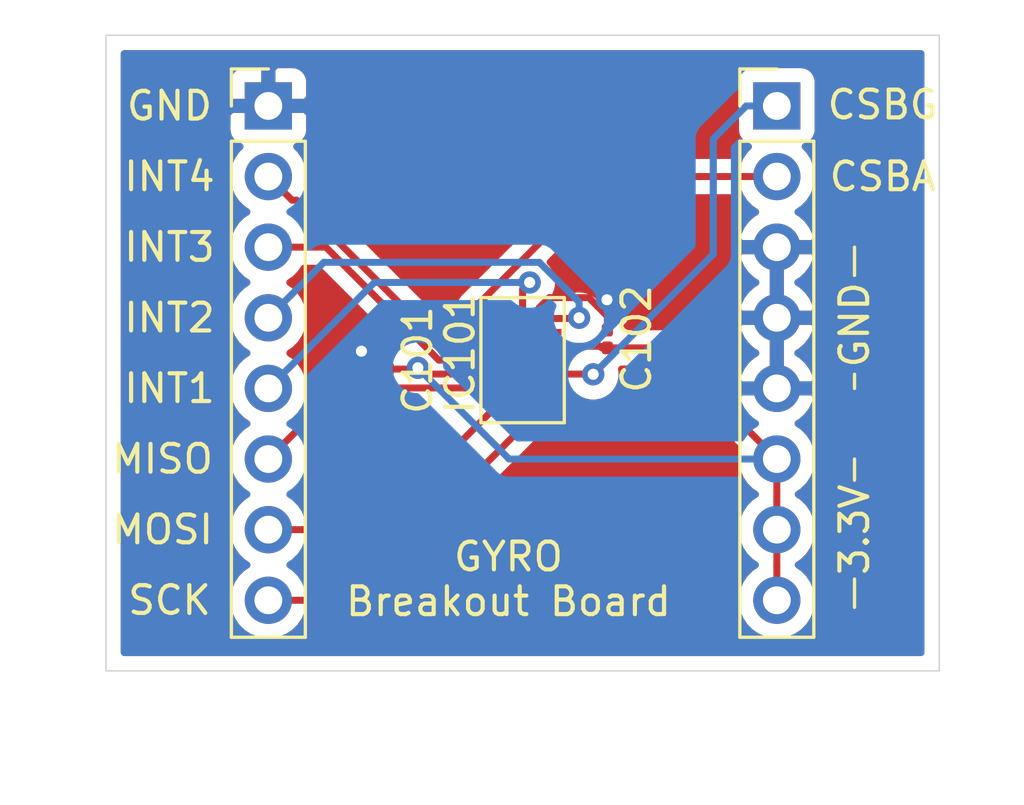
<source format=kicad_pcb>
(kicad_pcb (version 20171130) (host pcbnew "(5.1.5)-3")

  (general
    (thickness 1.6)
    (drawings 21)
    (tracks 92)
    (zones 0)
    (modules 5)
    (nets 12)
  )

  (page A4)
  (layers
    (0 F.Cu signal)
    (31 B.Cu signal)
    (32 B.Adhes user)
    (33 F.Adhes user)
    (34 B.Paste user)
    (35 F.Paste user)
    (36 B.SilkS user)
    (37 F.SilkS user)
    (38 B.Mask user)
    (39 F.Mask user)
    (40 Dwgs.User user)
    (41 Cmts.User user)
    (42 Eco1.User user)
    (43 Eco2.User user)
    (44 Edge.Cuts user)
    (45 Margin user)
    (46 B.CrtYd user)
    (47 F.CrtYd user)
    (48 B.Fab user)
    (49 F.Fab user)
  )

  (setup
    (last_trace_width 0.25)
    (trace_clearance 0.1524)
    (zone_clearance 0.508)
    (zone_45_only no)
    (trace_min 0.2)
    (via_size 0.8)
    (via_drill 0.4)
    (via_min_size 0.4)
    (via_min_drill 0.3)
    (uvia_size 0.3)
    (uvia_drill 0.1)
    (uvias_allowed no)
    (uvia_min_size 0.2)
    (uvia_min_drill 0.1)
    (edge_width 0.05)
    (segment_width 0.2)
    (pcb_text_width 0.3)
    (pcb_text_size 1.5 1.5)
    (mod_edge_width 0.12)
    (mod_text_size 1 1)
    (mod_text_width 0.15)
    (pad_size 1.524 1.524)
    (pad_drill 0.762)
    (pad_to_mask_clearance 0.051)
    (solder_mask_min_width 0.25)
    (aux_axis_origin 0 0)
    (visible_elements 7FFFFFFF)
    (pcbplotparams
      (layerselection 0x010fc_ffffffff)
      (usegerberextensions false)
      (usegerberattributes false)
      (usegerberadvancedattributes false)
      (creategerberjobfile false)
      (excludeedgelayer true)
      (linewidth 0.100000)
      (plotframeref false)
      (viasonmask false)
      (mode 1)
      (useauxorigin false)
      (hpglpennumber 1)
      (hpglpenspeed 20)
      (hpglpendiameter 15.000000)
      (psnegative false)
      (psa4output false)
      (plotreference true)
      (plotvalue true)
      (plotinvisibletext false)
      (padsonsilk false)
      (subtractmaskfromsilk false)
      (outputformat 1)
      (mirror false)
      (drillshape 1)
      (scaleselection 1)
      (outputdirectory ""))
  )

  (net 0 "")
  (net 1 GND)
  (net 2 +3V3)
  (net 3 /INT2_ACCEL)
  (net 4 /CSB_GYRO)
  (net 5 /SCK)
  (net 6 /MOSI)
  (net 7 /MISO)
  (net 8 /INT3_GYRO)
  (net 9 /INT4_GYRO)
  (net 10 /CSB_ACCEL)
  (net 11 /INT1_ACCEL)

  (net_class Default "This is the default net class."
    (clearance 0.1524)
    (trace_width 0.25)
    (via_dia 0.8)
    (via_drill 0.4)
    (uvia_dia 0.3)
    (uvia_drill 0.1)
    (add_net +3V3)
    (add_net /CSB_ACCEL)
    (add_net /CSB_GYRO)
    (add_net /INT1_ACCEL)
    (add_net /INT2_ACCEL)
    (add_net /INT3_GYRO)
    (add_net /INT4_GYRO)
    (add_net /MISO)
    (add_net /MOSI)
    (add_net /SCK)
    (add_net GND)
  )

  (module Gyroscope:C_0201_0603Metric (layer F.Cu) (tedit 5B301BBE) (tstamp 5ED60B03)
    (at 123.19 96.012 270)
    (descr "Capacitor SMD 0201 (0603 Metric), square (rectangular) end terminal, IPC_7351 nominal, (Body size source: https://www.vishay.com/docs/20052/crcw0201e3.pdf), generated with kicad-footprint-generator")
    (tags capacitor)
    (path /5EC9306C)
    (attr smd)
    (fp_text reference C101 (at 0 -1.05 90) (layer F.SilkS)
      (effects (font (size 1 1) (thickness 0.15)))
    )
    (fp_text value 100nF (at 0 1.05 90) (layer F.Fab)
      (effects (font (size 1 1) (thickness 0.15)))
    )
    (fp_line (start -0.3 0.15) (end -0.3 -0.15) (layer F.Fab) (width 0.1))
    (fp_line (start -0.3 -0.15) (end 0.3 -0.15) (layer F.Fab) (width 0.1))
    (fp_line (start 0.3 -0.15) (end 0.3 0.15) (layer F.Fab) (width 0.1))
    (fp_line (start 0.3 0.15) (end -0.3 0.15) (layer F.Fab) (width 0.1))
    (fp_line (start -0.7 0.35) (end -0.7 -0.35) (layer F.CrtYd) (width 0.05))
    (fp_line (start -0.7 -0.35) (end 0.7 -0.35) (layer F.CrtYd) (width 0.05))
    (fp_line (start 0.7 -0.35) (end 0.7 0.35) (layer F.CrtYd) (width 0.05))
    (fp_line (start 0.7 0.35) (end -0.7 0.35) (layer F.CrtYd) (width 0.05))
    (fp_text user %R (at 0 -0.68 90) (layer F.Fab)
      (effects (font (size 0.25 0.25) (thickness 0.04)))
    )
    (pad "" smd roundrect (at -0.345 0 270) (size 0.318 0.36) (layers F.Paste) (roundrect_rratio 0.25))
    (pad "" smd roundrect (at 0.345 0 270) (size 0.318 0.36) (layers F.Paste) (roundrect_rratio 0.25))
    (pad 1 smd roundrect (at -0.32 0 270) (size 0.46 0.4) (layers F.Cu F.Mask) (roundrect_rratio 0.25)
      (net 1 GND))
    (pad 2 smd roundrect (at 0.32 0 270) (size 0.46 0.4) (layers F.Cu F.Mask) (roundrect_rratio 0.25)
      (net 2 +3V3))
    (model ${KISYS3DMOD}/Capacitor_SMD.3dshapes/C_0201_0603Metric.wrl
      (at (xyz 0 0 0))
      (scale (xyz 1 1 1))
      (rotate (xyz 0 0 0))
    )
  )

  (module Gyroscope:C_0201_0603Metric (layer F.Cu) (tedit 5B301BBE) (tstamp 5ED60B13)
    (at 131.064 95.25 270)
    (descr "Capacitor SMD 0201 (0603 Metric), square (rectangular) end terminal, IPC_7351 nominal, (Body size source: https://www.vishay.com/docs/20052/crcw0201e3.pdf), generated with kicad-footprint-generator")
    (tags capacitor)
    (path /5EC9647A)
    (attr smd)
    (fp_text reference C102 (at 0 -1.05 90) (layer F.SilkS)
      (effects (font (size 1 1) (thickness 0.15)))
    )
    (fp_text value 100nF (at 0 1.05 90) (layer F.Fab)
      (effects (font (size 1 1) (thickness 0.15)))
    )
    (fp_text user %R (at 0 -0.68 90) (layer F.Fab)
      (effects (font (size 0.25 0.25) (thickness 0.04)))
    )
    (fp_line (start 0.7 0.35) (end -0.7 0.35) (layer F.CrtYd) (width 0.05))
    (fp_line (start 0.7 -0.35) (end 0.7 0.35) (layer F.CrtYd) (width 0.05))
    (fp_line (start -0.7 -0.35) (end 0.7 -0.35) (layer F.CrtYd) (width 0.05))
    (fp_line (start -0.7 0.35) (end -0.7 -0.35) (layer F.CrtYd) (width 0.05))
    (fp_line (start 0.3 0.15) (end -0.3 0.15) (layer F.Fab) (width 0.1))
    (fp_line (start 0.3 -0.15) (end 0.3 0.15) (layer F.Fab) (width 0.1))
    (fp_line (start -0.3 -0.15) (end 0.3 -0.15) (layer F.Fab) (width 0.1))
    (fp_line (start -0.3 0.15) (end -0.3 -0.15) (layer F.Fab) (width 0.1))
    (pad 2 smd roundrect (at 0.32 0 270) (size 0.46 0.4) (layers F.Cu F.Mask) (roundrect_rratio 0.25)
      (net 2 +3V3))
    (pad 1 smd roundrect (at -0.32 0 270) (size 0.46 0.4) (layers F.Cu F.Mask) (roundrect_rratio 0.25)
      (net 1 GND))
    (pad "" smd roundrect (at 0.345 0 270) (size 0.318 0.36) (layers F.Paste) (roundrect_rratio 0.25))
    (pad "" smd roundrect (at -0.345 0 270) (size 0.318 0.36) (layers F.Paste) (roundrect_rratio 0.25))
    (model ${KISYS3DMOD}/Capacitor_SMD.3dshapes/C_0201_0603Metric.wrl
      (at (xyz 0 0 0))
      (scale (xyz 1 1 1))
      (rotate (xyz 0 0 0))
    )
  )

  (module Gyroscope:PinHeader_1x08_P2.54mm_Vertical (layer F.Cu) (tedit 59FED5CC) (tstamp 5ED60B23)
    (at 137.16 86.868)
    (descr "Through hole straight pin header, 1x08, 2.54mm pitch, single row")
    (tags "Through hole pin header THT 1x08 2.54mm single row")
    (path /5EC73D76)
    (fp_text reference e101 (at 0 -2.33) (layer F.SilkS) hide
      (effects (font (size 1 1) (thickness 0.15)))
    )
    (fp_text value Conn_01x08 (at 0 19.558) (layer F.Fab)
      (effects (font (size 1 1) (thickness 0.15)))
    )
    (fp_line (start -0.635 -1.27) (end 1.27 -1.27) (layer F.Fab) (width 0.1))
    (fp_line (start 1.27 -1.27) (end 1.27 19.05) (layer F.Fab) (width 0.1))
    (fp_line (start 1.27 19.05) (end -1.27 19.05) (layer F.Fab) (width 0.1))
    (fp_line (start -1.27 19.05) (end -1.27 -0.635) (layer F.Fab) (width 0.1))
    (fp_line (start -1.27 -0.635) (end -0.635 -1.27) (layer F.Fab) (width 0.1))
    (fp_line (start -1.33 19.11) (end 1.33 19.11) (layer F.SilkS) (width 0.12))
    (fp_line (start -1.33 1.27) (end -1.33 19.11) (layer F.SilkS) (width 0.12))
    (fp_line (start 1.33 1.27) (end 1.33 19.11) (layer F.SilkS) (width 0.12))
    (fp_line (start -1.33 1.27) (end 1.33 1.27) (layer F.SilkS) (width 0.12))
    (fp_line (start -1.33 0) (end -1.33 -1.33) (layer F.SilkS) (width 0.12))
    (fp_line (start -1.33 -1.33) (end 0 -1.33) (layer F.SilkS) (width 0.12))
    (fp_line (start -1.8 -1.8) (end -1.8 19.55) (layer F.CrtYd) (width 0.05))
    (fp_line (start -1.8 19.55) (end 1.8 19.55) (layer F.CrtYd) (width 0.05))
    (fp_line (start 1.8 19.55) (end 1.8 -1.8) (layer F.CrtYd) (width 0.05))
    (fp_line (start 1.8 -1.8) (end -1.8 -1.8) (layer F.CrtYd) (width 0.05))
    (fp_text user %R (at 0 8.89 90) (layer F.Fab)
      (effects (font (size 1 1) (thickness 0.15)))
    )
    (pad 1 thru_hole rect (at 0 0) (size 1.7 1.7) (drill 1) (layers *.Cu *.Mask)
      (net 4 /CSB_GYRO))
    (pad 2 thru_hole oval (at 0 2.54) (size 1.7 1.7) (drill 1) (layers *.Cu *.Mask)
      (net 10 /CSB_ACCEL))
    (pad 3 thru_hole oval (at 0 5.08) (size 1.7 1.7) (drill 1) (layers *.Cu *.Mask)
      (net 1 GND))
    (pad 4 thru_hole oval (at 0 7.62) (size 1.7 1.7) (drill 1) (layers *.Cu *.Mask)
      (net 1 GND))
    (pad 5 thru_hole oval (at 0 10.16) (size 1.7 1.7) (drill 1) (layers *.Cu *.Mask)
      (net 1 GND))
    (pad 6 thru_hole oval (at 0 12.7) (size 1.7 1.7) (drill 1) (layers *.Cu *.Mask)
      (net 2 +3V3))
    (pad 7 thru_hole oval (at 0 15.24) (size 1.7 1.7) (drill 1) (layers *.Cu *.Mask)
      (net 2 +3V3))
    (pad 8 thru_hole oval (at 0 17.78) (size 1.7 1.7) (drill 1) (layers *.Cu *.Mask)
      (net 2 +3V3))
    (model ${KISYS3DMOD}/Connector_PinHeader_2.54mm.3dshapes/PinHeader_1x08_P2.54mm_Vertical.wrl
      (at (xyz 0 0 0))
      (scale (xyz 1 1 1))
      (rotate (xyz 0 0 0))
    )
  )

  (module "Gyroscope:16-LGA-(4.5x3)" (layer F.Cu) (tedit 5EC6BF61) (tstamp 5ED60B3E)
    (at 128.016 96.012 270)
    (path /5EC70B84)
    (fp_text reference IC101 (at -0.25 2.25 90) (layer F.SilkS)
      (effects (font (size 1 1) (thickness 0.15)))
    )
    (fp_text value BMI088 (at 0 -2.75 90) (layer F.Fab)
      (effects (font (size 1 1) (thickness 0.15)))
    )
    (fp_line (start 2.25 -1.5) (end -2.25 -1.5) (layer F.SilkS) (width 0.12))
    (fp_line (start 2.25 1.5) (end 2.25 -1.5) (layer F.SilkS) (width 0.12))
    (fp_line (start -2.25 1.5) (end 2.25 1.5) (layer F.SilkS) (width 0.12))
    (fp_line (start -2.25 1.5) (end -2.25 -1.5) (layer F.SilkS) (width 0.12))
    (fp_line (start -2.25 -1.5) (end 2.25 -1.5) (layer F.CrtYd) (width 0.12))
    (fp_line (start 2.25 -1.5) (end 2.25 1.5) (layer F.CrtYd) (width 0.12))
    (fp_line (start 2.25 1.5) (end -2.25 1.5) (layer F.CrtYd) (width 0.12))
    (fp_line (start -2.25 1.5) (end -2.25 -1.5) (layer F.CrtYd) (width 0.12))
    (pad 1 smd rect (at -1.5 -1.16 270) (size 0.25 0.475) (layers F.Cu F.Paste F.Mask)
      (net 3 /INT2_ACCEL))
    (pad 2 smd rect (at -1 -1.16 270) (size 0.25 0.475) (layers F.Cu F.Paste F.Mask)
      (net 1 GND))
    (pad 3 smd rect (at -0.5 -1.16 270) (size 0.25 0.475) (layers F.Cu F.Paste F.Mask)
      (net 2 +3V3))
    (pad 4 smd rect (at 0 -1.16 270) (size 0.25 0.475) (layers F.Cu F.Paste F.Mask)
      (net 1 GND))
    (pad 5 smd rect (at 0.5 -1.16 270) (size 0.25 0.475) (layers F.Cu F.Paste F.Mask)
      (net 4 /CSB_GYRO))
    (pad 6 smd rect (at 1 -1.16 270) (size 0.25 0.475) (layers F.Cu F.Paste F.Mask)
      (net 1 GND))
    (pad 7 smd rect (at 1.5 -1.16 270) (size 0.25 0.475) (layers F.Cu F.Paste F.Mask)
      (net 1 GND))
    (pad 8 smd rect (at 1.915 0) (size 0.25 0.475) (layers F.Cu F.Paste F.Mask)
      (net 5 /SCK))
    (pad 9 smd rect (at 1.5 1.16 90) (size 0.25 0.475) (layers F.Cu F.Paste F.Mask)
      (net 6 /MOSI))
    (pad 10 smd rect (at 1 1.16 90) (size 0.25 0.475) (layers F.Cu F.Paste F.Mask)
      (net 7 /MISO))
    (pad 11 smd rect (at 0.5 1.16 90) (size 0.25 0.475) (layers F.Cu F.Paste F.Mask)
      (net 2 +3V3))
    (pad 12 smd rect (at 0 1.16 90) (size 0.25 0.475) (layers F.Cu F.Paste F.Mask)
      (net 8 /INT3_GYRO))
    (pad 13 smd rect (at -0.5 1.16 90) (size 0.25 0.475) (layers F.Cu F.Paste F.Mask)
      (net 9 /INT4_GYRO))
    (pad 14 smd rect (at -1 1.16 90) (size 0.25 0.475) (layers F.Cu F.Paste F.Mask)
      (net 10 /CSB_ACCEL))
    (pad 15 smd rect (at -1.5 1.16 90) (size 0.25 0.475) (layers F.Cu F.Paste F.Mask)
      (net 7 /MISO))
    (pad 16 smd rect (at -1.915 0 180) (size 0.25 0.475) (layers F.Cu F.Paste F.Mask)
      (net 11 /INT1_ACCEL))
  )

  (module Gyroscope:PinHeader_1x08_P2.54mm_Vertical (layer F.Cu) (tedit 59FED5CC) (tstamp 5ED60B59)
    (at 118.872 86.868)
    (descr "Through hole straight pin header, 1x08, 2.54mm pitch, single row")
    (tags "Through hole pin header THT 1x08 2.54mm single row")
    (path /5EC7887E)
    (fp_text reference J101 (at 0 -2.33) (layer F.SilkS) hide
      (effects (font (size 1 1) (thickness 0.15)))
    )
    (fp_text value Conn_01x08 (at 0 20.11) (layer F.Fab)
      (effects (font (size 1 1) (thickness 0.15)))
    )
    (fp_text user %R (at 0 8.89 90) (layer F.Fab)
      (effects (font (size 1 1) (thickness 0.15)))
    )
    (fp_line (start 1.8 -1.8) (end -1.8 -1.8) (layer F.CrtYd) (width 0.05))
    (fp_line (start 1.8 19.55) (end 1.8 -1.8) (layer F.CrtYd) (width 0.05))
    (fp_line (start -1.8 19.55) (end 1.8 19.55) (layer F.CrtYd) (width 0.05))
    (fp_line (start -1.8 -1.8) (end -1.8 19.55) (layer F.CrtYd) (width 0.05))
    (fp_line (start -1.33 -1.33) (end 0 -1.33) (layer F.SilkS) (width 0.12))
    (fp_line (start -1.33 0) (end -1.33 -1.33) (layer F.SilkS) (width 0.12))
    (fp_line (start -1.33 1.27) (end 1.33 1.27) (layer F.SilkS) (width 0.12))
    (fp_line (start 1.33 1.27) (end 1.33 19.11) (layer F.SilkS) (width 0.12))
    (fp_line (start -1.33 1.27) (end -1.33 19.11) (layer F.SilkS) (width 0.12))
    (fp_line (start -1.33 19.11) (end 1.33 19.11) (layer F.SilkS) (width 0.12))
    (fp_line (start -1.27 -0.635) (end -0.635 -1.27) (layer F.Fab) (width 0.1))
    (fp_line (start -1.27 19.05) (end -1.27 -0.635) (layer F.Fab) (width 0.1))
    (fp_line (start 1.27 19.05) (end -1.27 19.05) (layer F.Fab) (width 0.1))
    (fp_line (start 1.27 -1.27) (end 1.27 19.05) (layer F.Fab) (width 0.1))
    (fp_line (start -0.635 -1.27) (end 1.27 -1.27) (layer F.Fab) (width 0.1))
    (pad 8 thru_hole oval (at 0 17.78) (size 1.7 1.7) (drill 1) (layers *.Cu *.Mask)
      (net 5 /SCK))
    (pad 7 thru_hole oval (at 0 15.24) (size 1.7 1.7) (drill 1) (layers *.Cu *.Mask)
      (net 6 /MOSI))
    (pad 6 thru_hole oval (at 0 12.7) (size 1.7 1.7) (drill 1) (layers *.Cu *.Mask)
      (net 7 /MISO))
    (pad 5 thru_hole oval (at 0 10.16) (size 1.7 1.7) (drill 1) (layers *.Cu *.Mask)
      (net 11 /INT1_ACCEL))
    (pad 4 thru_hole oval (at 0 7.62) (size 1.7 1.7) (drill 1) (layers *.Cu *.Mask)
      (net 3 /INT2_ACCEL))
    (pad 3 thru_hole oval (at 0 5.08) (size 1.7 1.7) (drill 1) (layers *.Cu *.Mask)
      (net 8 /INT3_GYRO))
    (pad 2 thru_hole oval (at 0 2.54) (size 1.7 1.7) (drill 1) (layers *.Cu *.Mask)
      (net 9 /INT4_GYRO))
    (pad 1 thru_hole rect (at 0 0) (size 1.7 1.7) (drill 1) (layers *.Cu *.Mask)
      (net 1 GND))
    (model ${KISYS3DMOD}/Connector_PinHeader_2.54mm.3dshapes/PinHeader_1x08_P2.54mm_Vertical.wrl
      (at (xyz 0 0 0))
      (scale (xyz 1 1 1))
      (rotate (xyz 0 0 0))
    )
  )

  (gr_text GND (at 115.316 86.868) (layer F.SilkS)
    (effects (font (size 1 1) (thickness 0.15)))
  )
  (gr_line (start 139.954 104.902) (end 139.954 103.886) (layer F.SilkS) (width 0.12))
  (gr_line (start 139.954 99.568) (end 139.954 100.33) (layer F.SilkS) (width 0.12))
  (gr_line (start 139.954 97.028) (end 139.954 96.52) (layer F.SilkS) (width 0.12))
  (gr_line (start 139.954 91.948) (end 139.954 92.964) (layer F.SilkS) (width 0.12))
  (gr_text "GND\n" (at 139.954 94.742 90) (layer F.SilkS)
    (effects (font (size 1 1) (thickness 0.15)))
  )
  (gr_text 3.3V (at 139.954 102.108 90) (layer F.SilkS)
    (effects (font (size 1 1) (thickness 0.15)))
  )
  (gr_text INT4 (at 115.316 89.408) (layer F.SilkS)
    (effects (font (size 1 1) (thickness 0.15)))
  )
  (gr_text INT3 (at 115.316 91.948) (layer F.SilkS)
    (effects (font (size 1 1) (thickness 0.15)))
  )
  (gr_text "INT2\n" (at 115.316 94.488) (layer F.SilkS)
    (effects (font (size 1 1) (thickness 0.15)))
  )
  (gr_text "INT1\n" (at 115.316 97.028) (layer F.SilkS)
    (effects (font (size 1 1) (thickness 0.15)))
  )
  (gr_text "MISO\n" (at 115.062 99.568) (layer F.SilkS)
    (effects (font (size 1 1) (thickness 0.15)))
  )
  (gr_text "MOSI\n" (at 115.062 102.108) (layer F.SilkS)
    (effects (font (size 1 1) (thickness 0.15)))
  )
  (gr_text "SCK\n" (at 115.316 104.648) (layer F.SilkS)
    (effects (font (size 1 1) (thickness 0.15)))
  )
  (gr_text "CSBA\n" (at 140.97 89.408) (layer F.SilkS)
    (effects (font (size 1 1) (thickness 0.15)))
  )
  (gr_text "CSBG\n\n" (at 140.97 87.63) (layer F.SilkS)
    (effects (font (size 1 1) (thickness 0.15)))
  )
  (gr_text "GYRO\nBreakout Board\n" (at 127.508 103.886) (layer F.SilkS) (tstamp 5EC783F8)
    (effects (font (size 1 1) (thickness 0.15)))
  )
  (gr_line (start 143.002 84.328) (end 143.002 107.188) (layer Edge.Cuts) (width 0.05) (tstamp 5EC783A8))
  (gr_line (start 113.03 84.328) (end 143.002 84.328) (layer Edge.Cuts) (width 0.05))
  (gr_line (start 113.03 107.188) (end 113.03 84.328) (layer Edge.Cuts) (width 0.05))
  (gr_line (start 143.002 107.188) (end 113.03 107.188) (layer Edge.Cuts) (width 0.05))

  (segment (start 128.6885 96.012) (end 129.176 96.012) (width 0.25) (layer F.Cu) (net 1) (status 20))
  (segment (start 128.613499 96.087001) (end 128.6885 96.012) (width 0.25) (layer F.Cu) (net 1))
  (segment (start 128.613499 96.897001) (end 128.613499 96.087001) (width 0.25) (layer F.Cu) (net 1))
  (segment (start 128.678508 96.96201) (end 128.613499 96.897001) (width 0.25) (layer F.Cu) (net 1))
  (segment (start 129.00101 96.96201) (end 128.678508 96.96201) (width 0.25) (layer F.Cu) (net 1) (status 10))
  (segment (start 129.176 97.137) (end 129.00101 96.96201) (width 0.25) (layer F.Cu) (net 1) (status 30))
  (segment (start 129.176 97.512) (end 129.176 97.137) (width 0.25) (layer F.Cu) (net 1) (status 30))
  (segment (start 128.613499 95.087001) (end 128.6885 95.012) (width 0.25) (layer F.Cu) (net 1))
  (segment (start 128.613499 95.897001) (end 128.613499 95.087001) (width 0.25) (layer F.Cu) (net 1))
  (segment (start 128.728498 96.012) (end 128.613499 95.897001) (width 0.25) (layer F.Cu) (net 1))
  (segment (start 129.176 96.012) (end 128.728498 96.012) (width 0.25) (layer F.Cu) (net 1) (status 10))
  (segment (start 128.6885 95.012) (end 129.176 95.012) (width 0.25) (layer F.Cu) (net 1) (status 20))
  (segment (start 128.613499 94.936999) (end 128.6885 95.012) (width 0.25) (layer F.Cu) (net 1))
  (segment (start 128.613499 94.126999) (end 128.613499 94.936999) (width 0.25) (layer F.Cu) (net 1))
  (segment (start 128.977499 93.762999) (end 128.613499 94.126999) (width 0.25) (layer F.Cu) (net 1))
  (segment (start 130.396001 93.762999) (end 128.977499 93.762999) (width 0.25) (layer F.Cu) (net 1))
  (segment (start 131.064 94.430998) (end 130.396001 93.762999) (width 0.25) (layer F.Cu) (net 1))
  (segment (start 131.064 94.93) (end 131.064 94.430998) (width 0.25) (layer F.Cu) (net 1) (status 10))
  (segment (start 123.19 95.692) (end 122.222 95.692) (width 0.25) (layer F.Cu) (net 1) (status 10))
  (via (at 122.22 95.69) (size 0.8) (drill 0.4) (layers F.Cu B.Cu) (net 1))
  (segment (start 122.222 95.692) (end 122.22 95.69) (width 0.25) (layer F.Cu) (net 1))
  (via (at 131.05 93.84) (size 0.8) (drill 0.4) (layers F.Cu B.Cu) (net 1))
  (segment (start 131.064 94.430998) (end 131.064 93.854) (width 0.25) (layer F.Cu) (net 1))
  (segment (start 131.064 93.854) (end 131.05 93.84) (width 0.25) (layer F.Cu) (net 1))
  (segment (start 126.856 96.512) (end 124.431 96.512) (width 0.25) (layer F.Cu) (net 2) (status 10))
  (segment (start 124.251 96.332) (end 123.19 96.332) (width 0.25) (layer F.Cu) (net 2) (status 20))
  (segment (start 124.431 96.512) (end 124.251 96.332) (width 0.25) (layer F.Cu) (net 2))
  (segment (start 130.806 95.512) (end 129.176 95.512) (width 0.25) (layer F.Cu) (net 2) (status 20))
  (segment (start 131.064 95.57) (end 130.864 95.57) (width 0.25) (layer F.Cu) (net 2) (status 30))
  (segment (start 130.864 95.57) (end 130.806 95.512) (width 0.25) (layer F.Cu) (net 2) (status 10))
  (segment (start 133.162 95.57) (end 137.16 99.568) (width 0.25) (layer F.Cu) (net 2) (status 20))
  (segment (start 131.064 95.57) (end 133.162 95.57) (width 0.25) (layer F.Cu) (net 2) (status 10))
  (via (at 124.251 96.287) (size 0.8) (drill 0.4) (layers F.Cu B.Cu) (net 2))
  (segment (start 124.251 96.332) (end 124.251 96.287) (width 0.25) (layer F.Cu) (net 2))
  (segment (start 127.532 99.568) (end 137.16 99.568) (width 0.25) (layer B.Cu) (net 2) (status 20))
  (segment (start 124.251 96.287) (end 127.532 99.568) (width 0.25) (layer B.Cu) (net 2))
  (segment (start 137.16 103.445919) (end 137.16 102.108) (width 0.25) (layer F.Cu) (net 2) (status 20))
  (segment (start 137.16 104.648) (end 137.16 103.445919) (width 0.25) (layer F.Cu) (net 2) (status 10))
  (segment (start 137.16 100.905919) (end 137.16 99.568) (width 0.25) (layer F.Cu) (net 2) (status 20))
  (segment (start 137.16 102.108) (end 137.16 100.905919) (width 0.25) (layer F.Cu) (net 2) (status 10))
  (via (at 130.048 94.488) (size 0.8) (drill 0.4) (layers F.Cu B.Cu) (net 3))
  (segment (start 129.176 94.512) (end 130.024 94.512) (width 0.25) (layer F.Cu) (net 3) (status 10))
  (segment (start 130.024 94.512) (end 130.048 94.488) (width 0.25) (layer F.Cu) (net 3))
  (segment (start 119.721999 93.638001) (end 118.872 94.488) (width 0.25) (layer B.Cu) (net 3) (status 20))
  (segment (start 128.618684 92.492999) (end 120.867001 92.492999) (width 0.25) (layer B.Cu) (net 3))
  (segment (start 130.048 93.922315) (end 128.618684 92.492999) (width 0.25) (layer B.Cu) (net 3))
  (segment (start 120.867001 92.492999) (end 119.721999 93.638001) (width 0.25) (layer B.Cu) (net 3))
  (segment (start 130.048 94.488) (end 130.048 93.922315) (width 0.25) (layer B.Cu) (net 3))
  (segment (start 129.176 96.512) (end 129.6635 96.512) (width 0.25) (layer F.Cu) (net 4) (status 10))
  (segment (start 136.06 86.868) (end 137.16 86.868) (width 0.25) (layer B.Cu) (net 4) (status 20))
  (segment (start 134.874 88.054) (end 136.06 86.868) (width 0.25) (layer B.Cu) (net 4))
  (via (at 130.556 96.52) (size 0.8) (drill 0.4) (layers F.Cu B.Cu) (net 4))
  (segment (start 129.6635 96.512) (end 130.548 96.512) (width 0.25) (layer F.Cu) (net 4))
  (segment (start 130.548 96.512) (end 130.556 96.52) (width 0.25) (layer F.Cu) (net 4))
  (segment (start 134.874 92.202) (end 134.874 88.646) (width 0.25) (layer B.Cu) (net 4))
  (segment (start 130.556 96.52) (end 134.874 92.202) (width 0.25) (layer B.Cu) (net 4))
  (segment (start 134.874 90.17) (end 134.874 88.646) (width 0.25) (layer B.Cu) (net 4))
  (segment (start 134.874 88.646) (end 134.874 88.054) (width 0.25) (layer B.Cu) (net 4))
  (segment (start 128.016 98.4145) (end 121.7825 104.648) (width 0.25) (layer F.Cu) (net 5))
  (segment (start 120.074081 104.648) (end 118.872 104.648) (width 0.25) (layer F.Cu) (net 5) (status 20))
  (segment (start 121.7825 104.648) (end 120.074081 104.648) (width 0.25) (layer F.Cu) (net 5))
  (segment (start 128.016 97.927) (end 128.016 98.4145) (width 0.25) (layer F.Cu) (net 5) (status 10))
  (segment (start 120.074081 102.108) (end 118.872 102.108) (width 0.25) (layer F.Cu) (net 6) (status 20))
  (segment (start 122.635 102.108) (end 120.074081 102.108) (width 0.25) (layer F.Cu) (net 6))
  (segment (start 126.856 97.887) (end 122.635 102.108) (width 0.25) (layer F.Cu) (net 6))
  (segment (start 126.856 97.512) (end 126.856 97.887) (width 0.25) (layer F.Cu) (net 6) (status 10))
  (segment (start 121.428 97.012) (end 126.856 97.012) (width 0.25) (layer F.Cu) (net 7) (status 20))
  (segment (start 118.872 99.568) (end 121.428 97.012) (width 0.25) (layer F.Cu) (net 7) (status 10))
  (segment (start 127.3435 94.512) (end 126.856 94.512) (width 0.25) (layer F.Cu) (net 7) (status 20))
  (segment (start 127.418501 96.936999) (end 127.418501 94.587001) (width 0.25) (layer F.Cu) (net 7))
  (segment (start 127.418501 94.587001) (end 127.3435 94.512) (width 0.25) (layer F.Cu) (net 7))
  (segment (start 127.3435 97.012) (end 127.418501 96.936999) (width 0.25) (layer F.Cu) (net 7))
  (segment (start 126.856 97.012) (end 127.3435 97.012) (width 0.25) (layer F.Cu) (net 7) (status 10))
  (segment (start 120.940002 91.948) (end 120.074081 91.948) (width 0.25) (layer F.Cu) (net 8))
  (segment (start 125.004002 96.012) (end 120.940002 91.948) (width 0.25) (layer F.Cu) (net 8))
  (segment (start 120.074081 91.948) (end 118.872 91.948) (width 0.25) (layer F.Cu) (net 8) (status 20))
  (segment (start 126.856 96.012) (end 125.004002 96.012) (width 0.25) (layer F.Cu) (net 8) (status 10))
  (segment (start 119.721999 90.257999) (end 118.872 89.408) (width 0.25) (layer F.Cu) (net 9) (status 20))
  (segment (start 125.140412 95.512) (end 119.886411 90.257999) (width 0.25) (layer F.Cu) (net 9))
  (segment (start 119.886411 90.257999) (end 119.721999 90.257999) (width 0.25) (layer F.Cu) (net 9))
  (segment (start 126.856 95.512) (end 125.140412 95.512) (width 0.25) (layer F.Cu) (net 9) (status 10))
  (segment (start 135.957919 89.408) (end 137.16 89.408) (width 0.25) (layer F.Cu) (net 10) (status 20))
  (segment (start 131.012498 89.408) (end 135.957919 89.408) (width 0.25) (layer F.Cu) (net 10))
  (segment (start 126.293499 94.126999) (end 131.012498 89.408) (width 0.25) (layer F.Cu) (net 10))
  (segment (start 126.293499 94.936999) (end 126.293499 94.126999) (width 0.25) (layer F.Cu) (net 10))
  (segment (start 126.3685 95.012) (end 126.293499 94.936999) (width 0.25) (layer F.Cu) (net 10))
  (segment (start 126.856 95.012) (end 126.3685 95.012) (width 0.25) (layer F.Cu) (net 10) (status 10))
  (via (at 128.27 93.218) (size 0.8) (drill 0.4) (layers F.Cu B.Cu) (net 11))
  (segment (start 128.016 94.097) (end 128.016 93.472) (width 0.25) (layer F.Cu) (net 11) (status 10))
  (segment (start 128.016 93.472) (end 128.27 93.218) (width 0.25) (layer F.Cu) (net 11))
  (segment (start 122.682 93.218) (end 128.27 93.218) (width 0.25) (layer B.Cu) (net 11))
  (segment (start 118.872 97.028) (end 122.682 93.218) (width 0.25) (layer B.Cu) (net 11) (status 10))

  (zone (net 1) (net_name GND) (layer F.Cu) (tstamp 5EC6DC18) (hatch edge 0.508)
    (connect_pads (clearance 0.508))
    (min_thickness 0.254)
    (fill yes (arc_segments 32) (thermal_gap 0.508) (thermal_bridge_width 0.508))
    (polygon
      (pts
        (xy 144.526 83.312) (xy 145.034 109.474) (xy 109.22 109.22) (xy 110.49 83.058)
      )
    )
    (filled_polygon
      (pts
        (xy 142.342001 106.528) (xy 113.69 106.528) (xy 113.69 87.718) (xy 117.383928 87.718) (xy 117.396188 87.842482)
        (xy 117.432498 87.96218) (xy 117.491463 88.072494) (xy 117.570815 88.169185) (xy 117.667506 88.248537) (xy 117.77782 88.307502)
        (xy 117.85038 88.329513) (xy 117.718525 88.461368) (xy 117.55601 88.704589) (xy 117.444068 88.974842) (xy 117.387 89.26174)
        (xy 117.387 89.55426) (xy 117.444068 89.841158) (xy 117.55601 90.111411) (xy 117.718525 90.354632) (xy 117.925368 90.561475)
        (xy 118.09976 90.678) (xy 117.925368 90.794525) (xy 117.718525 91.001368) (xy 117.55601 91.244589) (xy 117.444068 91.514842)
        (xy 117.387 91.80174) (xy 117.387 92.09426) (xy 117.444068 92.381158) (xy 117.55601 92.651411) (xy 117.718525 92.894632)
        (xy 117.925368 93.101475) (xy 118.09976 93.218) (xy 117.925368 93.334525) (xy 117.718525 93.541368) (xy 117.55601 93.784589)
        (xy 117.444068 94.054842) (xy 117.387 94.34174) (xy 117.387 94.63426) (xy 117.444068 94.921158) (xy 117.55601 95.191411)
        (xy 117.718525 95.434632) (xy 117.925368 95.641475) (xy 118.09976 95.758) (xy 117.925368 95.874525) (xy 117.718525 96.081368)
        (xy 117.55601 96.324589) (xy 117.444068 96.594842) (xy 117.387 96.88174) (xy 117.387 97.17426) (xy 117.444068 97.461158)
        (xy 117.55601 97.731411) (xy 117.718525 97.974632) (xy 117.925368 98.181475) (xy 118.09976 98.298) (xy 117.925368 98.414525)
        (xy 117.718525 98.621368) (xy 117.55601 98.864589) (xy 117.444068 99.134842) (xy 117.387 99.42174) (xy 117.387 99.71426)
        (xy 117.444068 100.001158) (xy 117.55601 100.271411) (xy 117.718525 100.514632) (xy 117.925368 100.721475) (xy 118.09976 100.838)
        (xy 117.925368 100.954525) (xy 117.718525 101.161368) (xy 117.55601 101.404589) (xy 117.444068 101.674842) (xy 117.387 101.96174)
        (xy 117.387 102.25426) (xy 117.444068 102.541158) (xy 117.55601 102.811411) (xy 117.718525 103.054632) (xy 117.925368 103.261475)
        (xy 118.09976 103.378) (xy 117.925368 103.494525) (xy 117.718525 103.701368) (xy 117.55601 103.944589) (xy 117.444068 104.214842)
        (xy 117.387 104.50174) (xy 117.387 104.79426) (xy 117.444068 105.081158) (xy 117.55601 105.351411) (xy 117.718525 105.594632)
        (xy 117.925368 105.801475) (xy 118.168589 105.96399) (xy 118.438842 106.075932) (xy 118.72574 106.133) (xy 119.01826 106.133)
        (xy 119.305158 106.075932) (xy 119.575411 105.96399) (xy 119.818632 105.801475) (xy 120.025475 105.594632) (xy 120.150178 105.408)
        (xy 121.745178 105.408) (xy 121.7825 105.411676) (xy 121.819822 105.408) (xy 121.819833 105.408) (xy 121.931486 105.397003)
        (xy 122.074747 105.353546) (xy 122.206776 105.282974) (xy 122.322501 105.188001) (xy 122.346304 105.158997) (xy 128.527003 98.978299)
        (xy 128.556001 98.954501) (xy 128.650974 98.838776) (xy 128.721546 98.706747) (xy 128.765003 98.563486) (xy 128.776 98.451833)
        (xy 128.776 98.451824) (xy 128.779676 98.414501) (xy 128.776 98.377178) (xy 128.776 98.250865) (xy 128.833095 98.266306)
        (xy 128.90675 98.272) (xy 129.0655 98.11325) (xy 129.0655 97.387) (xy 129.2865 97.387) (xy 129.2865 98.11325)
        (xy 129.44525 98.272) (xy 129.518905 98.266306) (xy 129.639651 98.23365) (xy 129.751706 98.178066) (xy 129.850764 98.101689)
        (xy 129.933019 98.007454) (xy 129.995308 97.898983) (xy 130.035239 97.780443) (xy 130.0485 97.67075) (xy 129.910734 97.532984)
        (xy 129.933019 97.507454) (xy 129.985248 97.416502) (xy 130.00508 97.39667) (xy 130.065744 97.437205) (xy 130.254102 97.515226)
        (xy 130.454061 97.555) (xy 130.657939 97.555) (xy 130.857898 97.515226) (xy 131.046256 97.437205) (xy 131.215774 97.323937)
        (xy 131.359937 97.179774) (xy 131.473205 97.010256) (xy 131.551226 96.821898) (xy 131.591 96.621939) (xy 131.591 96.418061)
        (xy 131.573484 96.33) (xy 132.847199 96.33) (xy 135.71879 99.201592) (xy 135.675 99.42174) (xy 135.675 99.71426)
        (xy 135.732068 100.001158) (xy 135.84401 100.271411) (xy 136.006525 100.514632) (xy 136.213368 100.721475) (xy 136.38776 100.838)
        (xy 136.213368 100.954525) (xy 136.006525 101.161368) (xy 135.84401 101.404589) (xy 135.732068 101.674842) (xy 135.675 101.96174)
        (xy 135.675 102.25426) (xy 135.732068 102.541158) (xy 135.84401 102.811411) (xy 136.006525 103.054632) (xy 136.213368 103.261475)
        (xy 136.38776 103.378) (xy 136.213368 103.494525) (xy 136.006525 103.701368) (xy 135.84401 103.944589) (xy 135.732068 104.214842)
        (xy 135.675 104.50174) (xy 135.675 104.79426) (xy 135.732068 105.081158) (xy 135.84401 105.351411) (xy 136.006525 105.594632)
        (xy 136.213368 105.801475) (xy 136.456589 105.96399) (xy 136.726842 106.075932) (xy 137.01374 106.133) (xy 137.30626 106.133)
        (xy 137.593158 106.075932) (xy 137.863411 105.96399) (xy 138.106632 105.801475) (xy 138.313475 105.594632) (xy 138.47599 105.351411)
        (xy 138.587932 105.081158) (xy 138.645 104.79426) (xy 138.645 104.50174) (xy 138.587932 104.214842) (xy 138.47599 103.944589)
        (xy 138.313475 103.701368) (xy 138.106632 103.494525) (xy 137.93224 103.378) (xy 138.106632 103.261475) (xy 138.313475 103.054632)
        (xy 138.47599 102.811411) (xy 138.587932 102.541158) (xy 138.645 102.25426) (xy 138.645 101.96174) (xy 138.587932 101.674842)
        (xy 138.47599 101.404589) (xy 138.313475 101.161368) (xy 138.106632 100.954525) (xy 137.93224 100.838) (xy 138.106632 100.721475)
        (xy 138.313475 100.514632) (xy 138.47599 100.271411) (xy 138.587932 100.001158) (xy 138.645 99.71426) (xy 138.645 99.42174)
        (xy 138.587932 99.134842) (xy 138.47599 98.864589) (xy 138.313475 98.621368) (xy 138.106632 98.414525) (xy 137.924466 98.292805)
        (xy 138.041355 98.223178) (xy 138.257588 98.028269) (xy 138.431641 97.79492) (xy 138.556825 97.532099) (xy 138.601476 97.38489)
        (xy 138.480155 97.155) (xy 137.287 97.155) (xy 137.287 97.175) (xy 137.033 97.175) (xy 137.033 97.155)
        (xy 137.013 97.155) (xy 137.013 96.901) (xy 137.033 96.901) (xy 137.033 94.615) (xy 137.287 94.615)
        (xy 137.287 96.901) (xy 138.480155 96.901) (xy 138.601476 96.67111) (xy 138.556825 96.523901) (xy 138.431641 96.26108)
        (xy 138.257588 96.027731) (xy 138.041355 95.832822) (xy 137.915745 95.758) (xy 138.041355 95.683178) (xy 138.257588 95.488269)
        (xy 138.431641 95.25492) (xy 138.556825 94.992099) (xy 138.601476 94.84489) (xy 138.480155 94.615) (xy 137.287 94.615)
        (xy 137.033 94.615) (xy 135.839845 94.615) (xy 135.718524 94.84489) (xy 135.763175 94.992099) (xy 135.888359 95.25492)
        (xy 136.062412 95.488269) (xy 136.278645 95.683178) (xy 136.404255 95.758) (xy 136.278645 95.832822) (xy 136.062412 96.027731)
        (xy 135.888359 96.26108) (xy 135.763175 96.523901) (xy 135.718524 96.67111) (xy 135.839844 96.900998) (xy 135.675 96.900998)
        (xy 135.675 97.008199) (xy 133.725804 95.059003) (xy 133.702001 95.029999) (xy 133.586276 94.935026) (xy 133.454247 94.864454)
        (xy 133.310986 94.820997) (xy 133.199333 94.81) (xy 133.199322 94.81) (xy 133.162 94.806324) (xy 133.124678 94.81)
        (xy 131.899 94.81) (xy 131.899 94.802998) (xy 131.764252 94.802998) (xy 131.899 94.66825) (xy 131.893157 94.593709)
        (xy 131.860331 94.473009) (xy 131.804589 94.361032) (xy 131.728072 94.262081) (xy 131.633722 94.17996) (xy 131.525163 94.117823)
        (xy 131.406567 94.078059) (xy 131.29575 94.065) (xy 131.137 94.22375) (xy 131.137 94.701928) (xy 131.060724 94.701928)
        (xy 131.083 94.589939) (xy 131.083 94.386061) (xy 131.043226 94.186102) (xy 130.965205 93.997744) (xy 130.851937 93.828226)
        (xy 130.707774 93.684063) (xy 130.538256 93.570795) (xy 130.349898 93.492774) (xy 130.149939 93.453) (xy 129.946061 93.453)
        (xy 129.746102 93.492774) (xy 129.557744 93.570795) (xy 129.388226 93.684063) (xy 129.323361 93.748928) (xy 129.160029 93.748928)
        (xy 129.187205 93.708256) (xy 129.265226 93.519898) (xy 129.305 93.319939) (xy 129.305 93.116061) (xy 129.265226 92.916102)
        (xy 129.187205 92.727744) (xy 129.073937 92.558226) (xy 129.005505 92.489794) (xy 129.190409 92.30489) (xy 135.718524 92.30489)
        (xy 135.763175 92.452099) (xy 135.888359 92.71492) (xy 136.062412 92.948269) (xy 136.278645 93.143178) (xy 136.404255 93.218)
        (xy 136.278645 93.292822) (xy 136.062412 93.487731) (xy 135.888359 93.72108) (xy 135.763175 93.983901) (xy 135.718524 94.13111)
        (xy 135.839845 94.361) (xy 137.033 94.361) (xy 137.033 92.075) (xy 137.287 92.075) (xy 137.287 94.361)
        (xy 138.480155 94.361) (xy 138.601476 94.13111) (xy 138.556825 93.983901) (xy 138.431641 93.72108) (xy 138.257588 93.487731)
        (xy 138.041355 93.292822) (xy 137.915745 93.218) (xy 138.041355 93.143178) (xy 138.257588 92.948269) (xy 138.431641 92.71492)
        (xy 138.556825 92.452099) (xy 138.601476 92.30489) (xy 138.480155 92.075) (xy 137.287 92.075) (xy 137.033 92.075)
        (xy 135.839845 92.075) (xy 135.718524 92.30489) (xy 129.190409 92.30489) (xy 131.327301 90.168) (xy 135.881822 90.168)
        (xy 136.006525 90.354632) (xy 136.213368 90.561475) (xy 136.395534 90.683195) (xy 136.278645 90.752822) (xy 136.062412 90.947731)
        (xy 135.888359 91.18108) (xy 135.763175 91.443901) (xy 135.718524 91.59111) (xy 135.839845 91.821) (xy 137.033 91.821)
        (xy 137.033 91.801) (xy 137.287 91.801) (xy 137.287 91.821) (xy 138.480155 91.821) (xy 138.601476 91.59111)
        (xy 138.556825 91.443901) (xy 138.431641 91.18108) (xy 138.257588 90.947731) (xy 138.041355 90.752822) (xy 137.924466 90.683195)
        (xy 138.106632 90.561475) (xy 138.313475 90.354632) (xy 138.47599 90.111411) (xy 138.587932 89.841158) (xy 138.645 89.55426)
        (xy 138.645 89.26174) (xy 138.587932 88.974842) (xy 138.47599 88.704589) (xy 138.313475 88.461368) (xy 138.18162 88.329513)
        (xy 138.25418 88.307502) (xy 138.364494 88.248537) (xy 138.461185 88.169185) (xy 138.540537 88.072494) (xy 138.599502 87.96218)
        (xy 138.635812 87.842482) (xy 138.648072 87.718) (xy 138.648072 86.018) (xy 138.635812 85.893518) (xy 138.599502 85.77382)
        (xy 138.540537 85.663506) (xy 138.461185 85.566815) (xy 138.364494 85.487463) (xy 138.25418 85.428498) (xy 138.134482 85.392188)
        (xy 138.01 85.379928) (xy 136.31 85.379928) (xy 136.185518 85.392188) (xy 136.06582 85.428498) (xy 135.955506 85.487463)
        (xy 135.858815 85.566815) (xy 135.779463 85.663506) (xy 135.720498 85.77382) (xy 135.684188 85.893518) (xy 135.671928 86.018)
        (xy 135.671928 87.718) (xy 135.684188 87.842482) (xy 135.720498 87.96218) (xy 135.779463 88.072494) (xy 135.858815 88.169185)
        (xy 135.955506 88.248537) (xy 136.06582 88.307502) (xy 136.13838 88.329513) (xy 136.006525 88.461368) (xy 135.881822 88.648)
        (xy 131.04982 88.648) (xy 131.012497 88.644324) (xy 130.975174 88.648) (xy 130.975165 88.648) (xy 130.863512 88.658997)
        (xy 130.720251 88.702454) (xy 130.588222 88.773026) (xy 130.58822 88.773027) (xy 130.588221 88.773027) (xy 130.501494 88.844201)
        (xy 130.50149 88.844205) (xy 130.472497 88.867999) (xy 130.448703 88.896992) (xy 125.782497 93.5632) (xy 125.753499 93.586998)
        (xy 125.729701 93.615996) (xy 125.7297 93.615997) (xy 125.658525 93.702723) (xy 125.587953 93.834753) (xy 125.573787 93.881455)
        (xy 125.544497 93.978013) (xy 125.533499 94.089666) (xy 125.533499 94.089677) (xy 125.529823 94.126999) (xy 125.533499 94.164321)
        (xy 125.533499 94.752) (xy 125.455215 94.752) (xy 120.450215 89.747002) (xy 120.426412 89.717998) (xy 120.338742 89.646049)
        (xy 120.357 89.55426) (xy 120.357 89.26174) (xy 120.299932 88.974842) (xy 120.18799 88.704589) (xy 120.025475 88.461368)
        (xy 119.89362 88.329513) (xy 119.96618 88.307502) (xy 120.076494 88.248537) (xy 120.173185 88.169185) (xy 120.252537 88.072494)
        (xy 120.311502 87.96218) (xy 120.347812 87.842482) (xy 120.360072 87.718) (xy 120.357 87.15375) (xy 120.19825 86.995)
        (xy 118.999 86.995) (xy 118.999 87.015) (xy 118.745 87.015) (xy 118.745 86.995) (xy 117.54575 86.995)
        (xy 117.387 87.15375) (xy 117.383928 87.718) (xy 113.69 87.718) (xy 113.69 86.018) (xy 117.383928 86.018)
        (xy 117.387 86.58225) (xy 117.54575 86.741) (xy 118.745 86.741) (xy 118.745 85.54175) (xy 118.999 85.54175)
        (xy 118.999 86.741) (xy 120.19825 86.741) (xy 120.357 86.58225) (xy 120.360072 86.018) (xy 120.347812 85.893518)
        (xy 120.311502 85.77382) (xy 120.252537 85.663506) (xy 120.173185 85.566815) (xy 120.076494 85.487463) (xy 119.96618 85.428498)
        (xy 119.846482 85.392188) (xy 119.722 85.379928) (xy 119.15775 85.383) (xy 118.999 85.54175) (xy 118.745 85.54175)
        (xy 118.58625 85.383) (xy 118.022 85.379928) (xy 117.897518 85.392188) (xy 117.77782 85.428498) (xy 117.667506 85.487463)
        (xy 117.570815 85.566815) (xy 117.491463 85.663506) (xy 117.432498 85.77382) (xy 117.396188 85.893518) (xy 117.383928 86.018)
        (xy 113.69 86.018) (xy 113.69 84.988) (xy 142.342 84.988)
      )
    )
    (filled_polygon
      (pts
        (xy 122.779902 94.862701) (xy 122.728837 94.879823) (xy 122.620278 94.94196) (xy 122.525928 95.024081) (xy 122.449411 95.123032)
        (xy 122.393669 95.235009) (xy 122.360843 95.355709) (xy 122.355 95.43025) (xy 122.51375 95.589) (xy 122.679116 95.589)
        (xy 122.568104 95.680104) (xy 122.476316 95.791949) (xy 122.429827 95.878923) (xy 122.355 95.95375) (xy 122.360843 96.028291)
        (xy 122.367594 96.053116) (xy 122.36611 96.058009) (xy 122.351928 96.202) (xy 122.351928 96.252) (xy 121.465323 96.252)
        (xy 121.428 96.248324) (xy 121.390677 96.252) (xy 121.390667 96.252) (xy 121.279014 96.262997) (xy 121.135753 96.306454)
        (xy 121.003724 96.377026) (xy 120.887999 96.471999) (xy 120.864201 96.500997) (xy 120.357 97.008198) (xy 120.357 96.88174)
        (xy 120.299932 96.594842) (xy 120.18799 96.324589) (xy 120.025475 96.081368) (xy 119.818632 95.874525) (xy 119.64424 95.758)
        (xy 119.818632 95.641475) (xy 120.025475 95.434632) (xy 120.18799 95.191411) (xy 120.299932 94.921158) (xy 120.357 94.63426)
        (xy 120.357 94.34174) (xy 120.299932 94.054842) (xy 120.18799 93.784589) (xy 120.025475 93.541368) (xy 119.818632 93.334525)
        (xy 119.64424 93.218) (xy 119.818632 93.101475) (xy 120.025475 92.894632) (xy 120.150178 92.708) (xy 120.625201 92.708)
      )
    )
  )
  (zone (net 1) (net_name GND) (layer B.Cu) (tstamp 5EC6DC15) (hatch edge 0.508)
    (connect_pads (clearance 0.508))
    (min_thickness 0.254)
    (fill yes (arc_segments 32) (thermal_gap 0.508) (thermal_bridge_width 0.508))
    (polygon
      (pts
        (xy 144.018 84.074) (xy 146.05 112.014) (xy 110.998 110.236) (xy 112.522 84.836) (xy 112.268 83.82)
      )
    )
    (filled_polygon
      (pts
        (xy 142.342001 106.528) (xy 113.69 106.528) (xy 113.69 87.718) (xy 117.383928 87.718) (xy 117.396188 87.842482)
        (xy 117.432498 87.96218) (xy 117.491463 88.072494) (xy 117.570815 88.169185) (xy 117.667506 88.248537) (xy 117.77782 88.307502)
        (xy 117.85038 88.329513) (xy 117.718525 88.461368) (xy 117.55601 88.704589) (xy 117.444068 88.974842) (xy 117.387 89.26174)
        (xy 117.387 89.55426) (xy 117.444068 89.841158) (xy 117.55601 90.111411) (xy 117.718525 90.354632) (xy 117.925368 90.561475)
        (xy 118.09976 90.678) (xy 117.925368 90.794525) (xy 117.718525 91.001368) (xy 117.55601 91.244589) (xy 117.444068 91.514842)
        (xy 117.387 91.80174) (xy 117.387 92.09426) (xy 117.444068 92.381158) (xy 117.55601 92.651411) (xy 117.718525 92.894632)
        (xy 117.925368 93.101475) (xy 118.09976 93.218) (xy 117.925368 93.334525) (xy 117.718525 93.541368) (xy 117.55601 93.784589)
        (xy 117.444068 94.054842) (xy 117.387 94.34174) (xy 117.387 94.63426) (xy 117.444068 94.921158) (xy 117.55601 95.191411)
        (xy 117.718525 95.434632) (xy 117.925368 95.641475) (xy 118.09976 95.758) (xy 117.925368 95.874525) (xy 117.718525 96.081368)
        (xy 117.55601 96.324589) (xy 117.444068 96.594842) (xy 117.387 96.88174) (xy 117.387 97.17426) (xy 117.444068 97.461158)
        (xy 117.55601 97.731411) (xy 117.718525 97.974632) (xy 117.925368 98.181475) (xy 118.09976 98.298) (xy 117.925368 98.414525)
        (xy 117.718525 98.621368) (xy 117.55601 98.864589) (xy 117.444068 99.134842) (xy 117.387 99.42174) (xy 117.387 99.71426)
        (xy 117.444068 100.001158) (xy 117.55601 100.271411) (xy 117.718525 100.514632) (xy 117.925368 100.721475) (xy 118.09976 100.838)
        (xy 117.925368 100.954525) (xy 117.718525 101.161368) (xy 117.55601 101.404589) (xy 117.444068 101.674842) (xy 117.387 101.96174)
        (xy 117.387 102.25426) (xy 117.444068 102.541158) (xy 117.55601 102.811411) (xy 117.718525 103.054632) (xy 117.925368 103.261475)
        (xy 118.09976 103.378) (xy 117.925368 103.494525) (xy 117.718525 103.701368) (xy 117.55601 103.944589) (xy 117.444068 104.214842)
        (xy 117.387 104.50174) (xy 117.387 104.79426) (xy 117.444068 105.081158) (xy 117.55601 105.351411) (xy 117.718525 105.594632)
        (xy 117.925368 105.801475) (xy 118.168589 105.96399) (xy 118.438842 106.075932) (xy 118.72574 106.133) (xy 119.01826 106.133)
        (xy 119.305158 106.075932) (xy 119.575411 105.96399) (xy 119.818632 105.801475) (xy 120.025475 105.594632) (xy 120.18799 105.351411)
        (xy 120.299932 105.081158) (xy 120.357 104.79426) (xy 120.357 104.50174) (xy 120.299932 104.214842) (xy 120.18799 103.944589)
        (xy 120.025475 103.701368) (xy 119.818632 103.494525) (xy 119.64424 103.378) (xy 119.818632 103.261475) (xy 120.025475 103.054632)
        (xy 120.18799 102.811411) (xy 120.299932 102.541158) (xy 120.357 102.25426) (xy 120.357 101.96174) (xy 120.299932 101.674842)
        (xy 120.18799 101.404589) (xy 120.025475 101.161368) (xy 119.818632 100.954525) (xy 119.64424 100.838) (xy 119.818632 100.721475)
        (xy 120.025475 100.514632) (xy 120.18799 100.271411) (xy 120.299932 100.001158) (xy 120.357 99.71426) (xy 120.357 99.42174)
        (xy 120.299932 99.134842) (xy 120.18799 98.864589) (xy 120.025475 98.621368) (xy 119.818632 98.414525) (xy 119.64424 98.298)
        (xy 119.818632 98.181475) (xy 120.025475 97.974632) (xy 120.18799 97.731411) (xy 120.299932 97.461158) (xy 120.357 97.17426)
        (xy 120.357 96.88174) (xy 120.313209 96.661592) (xy 120.78974 96.185061) (xy 123.216 96.185061) (xy 123.216 96.388939)
        (xy 123.255774 96.588898) (xy 123.333795 96.777256) (xy 123.447063 96.946774) (xy 123.591226 97.090937) (xy 123.760744 97.204205)
        (xy 123.949102 97.282226) (xy 124.149061 97.322) (xy 124.211199 97.322) (xy 126.968201 100.079003) (xy 126.991999 100.108001)
        (xy 127.107724 100.202974) (xy 127.239753 100.273546) (xy 127.383014 100.317003) (xy 127.494667 100.328) (xy 127.494675 100.328)
        (xy 127.532 100.331676) (xy 127.569325 100.328) (xy 135.881822 100.328) (xy 136.006525 100.514632) (xy 136.213368 100.721475)
        (xy 136.38776 100.838) (xy 136.213368 100.954525) (xy 136.006525 101.161368) (xy 135.84401 101.404589) (xy 135.732068 101.674842)
        (xy 135.675 101.96174) (xy 135.675 102.25426) (xy 135.732068 102.541158) (xy 135.84401 102.811411) (xy 136.006525 103.054632)
        (xy 136.213368 103.261475) (xy 136.38776 103.378) (xy 136.213368 103.494525) (xy 136.006525 103.701368) (xy 135.84401 103.944589)
        (xy 135.732068 104.214842) (xy 135.675 104.50174) (xy 135.675 104.79426) (xy 135.732068 105.081158) (xy 135.84401 105.351411)
        (xy 136.006525 105.594632) (xy 136.213368 105.801475) (xy 136.456589 105.96399) (xy 136.726842 106.075932) (xy 137.01374 106.133)
        (xy 137.30626 106.133) (xy 137.593158 106.075932) (xy 137.863411 105.96399) (xy 138.106632 105.801475) (xy 138.313475 105.594632)
        (xy 138.47599 105.351411) (xy 138.587932 105.081158) (xy 138.645 104.79426) (xy 138.645 104.50174) (xy 138.587932 104.214842)
        (xy 138.47599 103.944589) (xy 138.313475 103.701368) (xy 138.106632 103.494525) (xy 137.93224 103.378) (xy 138.106632 103.261475)
        (xy 138.313475 103.054632) (xy 138.47599 102.811411) (xy 138.587932 102.541158) (xy 138.645 102.25426) (xy 138.645 101.96174)
        (xy 138.587932 101.674842) (xy 138.47599 101.404589) (xy 138.313475 101.161368) (xy 138.106632 100.954525) (xy 137.93224 100.838)
        (xy 138.106632 100.721475) (xy 138.313475 100.514632) (xy 138.47599 100.271411) (xy 138.587932 100.001158) (xy 138.645 99.71426)
        (xy 138.645 99.42174) (xy 138.587932 99.134842) (xy 138.47599 98.864589) (xy 138.313475 98.621368) (xy 138.106632 98.414525)
        (xy 137.924466 98.292805) (xy 138.041355 98.223178) (xy 138.257588 98.028269) (xy 138.431641 97.79492) (xy 138.556825 97.532099)
        (xy 138.601476 97.38489) (xy 138.480155 97.155) (xy 137.287 97.155) (xy 137.287 97.175) (xy 137.033 97.175)
        (xy 137.033 97.155) (xy 135.839845 97.155) (xy 135.718524 97.38489) (xy 135.763175 97.532099) (xy 135.888359 97.79492)
        (xy 136.062412 98.028269) (xy 136.278645 98.223178) (xy 136.395534 98.292805) (xy 136.213368 98.414525) (xy 136.006525 98.621368)
        (xy 135.881822 98.808) (xy 127.846802 98.808) (xy 125.456863 96.418061) (xy 129.521 96.418061) (xy 129.521 96.621939)
        (xy 129.560774 96.821898) (xy 129.638795 97.010256) (xy 129.752063 97.179774) (xy 129.896226 97.323937) (xy 130.065744 97.437205)
        (xy 130.254102 97.515226) (xy 130.454061 97.555) (xy 130.657939 97.555) (xy 130.857898 97.515226) (xy 131.046256 97.437205)
        (xy 131.215774 97.323937) (xy 131.359937 97.179774) (xy 131.473205 97.010256) (xy 131.551226 96.821898) (xy 131.591 96.621939)
        (xy 131.591 96.559801) (xy 133.305911 94.84489) (xy 135.718524 94.84489) (xy 135.763175 94.992099) (xy 135.888359 95.25492)
        (xy 136.062412 95.488269) (xy 136.278645 95.683178) (xy 136.404255 95.758) (xy 136.278645 95.832822) (xy 136.062412 96.027731)
        (xy 135.888359 96.26108) (xy 135.763175 96.523901) (xy 135.718524 96.67111) (xy 135.839845 96.901) (xy 137.033 96.901)
        (xy 137.033 94.615) (xy 137.287 94.615) (xy 137.287 96.901) (xy 138.480155 96.901) (xy 138.601476 96.67111)
        (xy 138.556825 96.523901) (xy 138.431641 96.26108) (xy 138.257588 96.027731) (xy 138.041355 95.832822) (xy 137.915745 95.758)
        (xy 138.041355 95.683178) (xy 138.257588 95.488269) (xy 138.431641 95.25492) (xy 138.556825 94.992099) (xy 138.601476 94.84489)
        (xy 138.480155 94.615) (xy 137.287 94.615) (xy 137.033 94.615) (xy 135.839845 94.615) (xy 135.718524 94.84489)
        (xy 133.305911 94.84489) (xy 135.385004 92.765798) (xy 135.414001 92.742001) (xy 135.508974 92.626276) (xy 135.579546 92.494247)
        (xy 135.623003 92.350986) (xy 135.627543 92.30489) (xy 135.718524 92.30489) (xy 135.763175 92.452099) (xy 135.888359 92.71492)
        (xy 136.062412 92.948269) (xy 136.278645 93.143178) (xy 136.404255 93.218) (xy 136.278645 93.292822) (xy 136.062412 93.487731)
        (xy 135.888359 93.72108) (xy 135.763175 93.983901) (xy 135.718524 94.13111) (xy 135.839845 94.361) (xy 137.033 94.361)
        (xy 137.033 92.075) (xy 137.287 92.075) (xy 137.287 94.361) (xy 138.480155 94.361) (xy 138.601476 94.13111)
        (xy 138.556825 93.983901) (xy 138.431641 93.72108) (xy 138.257588 93.487731) (xy 138.041355 93.292822) (xy 137.915745 93.218)
        (xy 138.041355 93.143178) (xy 138.257588 92.948269) (xy 138.431641 92.71492) (xy 138.556825 92.452099) (xy 138.601476 92.30489)
        (xy 138.480155 92.075) (xy 137.287 92.075) (xy 137.033 92.075) (xy 135.839845 92.075) (xy 135.718524 92.30489)
        (xy 135.627543 92.30489) (xy 135.634 92.239333) (xy 135.634 92.239324) (xy 135.637676 92.202001) (xy 135.634 92.164678)
        (xy 135.634 88.368801) (xy 135.847457 88.155345) (xy 135.858815 88.169185) (xy 135.955506 88.248537) (xy 136.06582 88.307502)
        (xy 136.13838 88.329513) (xy 136.006525 88.461368) (xy 135.84401 88.704589) (xy 135.732068 88.974842) (xy 135.675 89.26174)
        (xy 135.675 89.55426) (xy 135.732068 89.841158) (xy 135.84401 90.111411) (xy 136.006525 90.354632) (xy 136.213368 90.561475)
        (xy 136.395534 90.683195) (xy 136.278645 90.752822) (xy 136.062412 90.947731) (xy 135.888359 91.18108) (xy 135.763175 91.443901)
        (xy 135.718524 91.59111) (xy 135.839845 91.821) (xy 137.033 91.821) (xy 137.033 91.801) (xy 137.287 91.801)
        (xy 137.287 91.821) (xy 138.480155 91.821) (xy 138.601476 91.59111) (xy 138.556825 91.443901) (xy 138.431641 91.18108)
        (xy 138.257588 90.947731) (xy 138.041355 90.752822) (xy 137.924466 90.683195) (xy 138.106632 90.561475) (xy 138.313475 90.354632)
        (xy 138.47599 90.111411) (xy 138.587932 89.841158) (xy 138.645 89.55426) (xy 138.645 89.26174) (xy 138.587932 88.974842)
        (xy 138.47599 88.704589) (xy 138.313475 88.461368) (xy 138.18162 88.329513) (xy 138.25418 88.307502) (xy 138.364494 88.248537)
        (xy 138.461185 88.169185) (xy 138.540537 88.072494) (xy 138.599502 87.96218) (xy 138.635812 87.842482) (xy 138.648072 87.718)
        (xy 138.648072 86.018) (xy 138.635812 85.893518) (xy 138.599502 85.77382) (xy 138.540537 85.663506) (xy 138.461185 85.566815)
        (xy 138.364494 85.487463) (xy 138.25418 85.428498) (xy 138.134482 85.392188) (xy 138.01 85.379928) (xy 136.31 85.379928)
        (xy 136.185518 85.392188) (xy 136.06582 85.428498) (xy 135.955506 85.487463) (xy 135.858815 85.566815) (xy 135.779463 85.663506)
        (xy 135.720498 85.77382) (xy 135.684188 85.893518) (xy 135.671928 86.018) (xy 135.671928 86.213674) (xy 135.635724 86.233026)
        (xy 135.519999 86.327999) (xy 135.496201 86.356997) (xy 134.362998 87.490201) (xy 134.334 87.513999) (xy 134.310202 87.542997)
        (xy 134.310201 87.542998) (xy 134.239026 87.629724) (xy 134.193037 87.715764) (xy 134.168454 87.761753) (xy 134.124997 87.905014)
        (xy 134.114 88.016667) (xy 134.114 88.016678) (xy 134.110324 88.054) (xy 134.114 88.091322) (xy 134.114 88.683332)
        (xy 134.114001 88.683342) (xy 134.114 90.207332) (xy 134.114001 90.207338) (xy 134.114 91.887198) (xy 130.516199 95.485)
        (xy 130.454061 95.485) (xy 130.254102 95.524774) (xy 130.065744 95.602795) (xy 129.896226 95.716063) (xy 129.752063 95.860226)
        (xy 129.638795 96.029744) (xy 129.560774 96.218102) (xy 129.521 96.418061) (xy 125.456863 96.418061) (xy 125.286 96.247199)
        (xy 125.286 96.185061) (xy 125.246226 95.985102) (xy 125.168205 95.796744) (xy 125.054937 95.627226) (xy 124.910774 95.483063)
        (xy 124.741256 95.369795) (xy 124.552898 95.291774) (xy 124.352939 95.252) (xy 124.149061 95.252) (xy 123.949102 95.291774)
        (xy 123.760744 95.369795) (xy 123.591226 95.483063) (xy 123.447063 95.627226) (xy 123.333795 95.796744) (xy 123.255774 95.985102)
        (xy 123.216 96.185061) (xy 120.78974 96.185061) (xy 122.996802 93.978) (xy 127.566289 93.978) (xy 127.610226 94.021937)
        (xy 127.779744 94.135205) (xy 127.968102 94.213226) (xy 128.168061 94.253) (xy 128.371939 94.253) (xy 128.571898 94.213226)
        (xy 128.760256 94.135205) (xy 128.929774 94.021937) (xy 129.001297 93.950414) (xy 129.106729 94.055845) (xy 129.052774 94.186102)
        (xy 129.013 94.386061) (xy 129.013 94.589939) (xy 129.052774 94.789898) (xy 129.130795 94.978256) (xy 129.244063 95.147774)
        (xy 129.388226 95.291937) (xy 129.557744 95.405205) (xy 129.746102 95.483226) (xy 129.946061 95.523) (xy 130.149939 95.523)
        (xy 130.349898 95.483226) (xy 130.538256 95.405205) (xy 130.707774 95.291937) (xy 130.851937 95.147774) (xy 130.965205 94.978256)
        (xy 131.043226 94.789898) (xy 131.083 94.589939) (xy 131.083 94.386061) (xy 131.043226 94.186102) (xy 130.965205 93.997744)
        (xy 130.851937 93.828226) (xy 130.796987 93.773276) (xy 130.753546 93.630068) (xy 130.682974 93.498038) (xy 130.611799 93.411312)
        (xy 130.588001 93.382314) (xy 130.559003 93.358516) (xy 129.182488 91.982002) (xy 129.158685 91.952998) (xy 129.04296 91.858025)
        (xy 128.910931 91.787453) (xy 128.76767 91.743996) (xy 128.656017 91.732999) (xy 128.656006 91.732999) (xy 128.618684 91.729323)
        (xy 128.581362 91.732999) (xy 120.904323 91.732999) (xy 120.867 91.729323) (xy 120.829677 91.732999) (xy 120.829668 91.732999)
        (xy 120.718015 91.743996) (xy 120.574754 91.787453) (xy 120.442725 91.858025) (xy 120.357 91.928378) (xy 120.357 91.80174)
        (xy 120.299932 91.514842) (xy 120.18799 91.244589) (xy 120.025475 91.001368) (xy 119.818632 90.794525) (xy 119.64424 90.678)
        (xy 119.818632 90.561475) (xy 120.025475 90.354632) (xy 120.18799 90.111411) (xy 120.299932 89.841158) (xy 120.357 89.55426)
        (xy 120.357 89.26174) (xy 120.299932 88.974842) (xy 120.18799 88.704589) (xy 120.025475 88.461368) (xy 119.89362 88.329513)
        (xy 119.96618 88.307502) (xy 120.076494 88.248537) (xy 120.173185 88.169185) (xy 120.252537 88.072494) (xy 120.311502 87.96218)
        (xy 120.347812 87.842482) (xy 120.360072 87.718) (xy 120.357 87.15375) (xy 120.19825 86.995) (xy 118.999 86.995)
        (xy 118.999 87.015) (xy 118.745 87.015) (xy 118.745 86.995) (xy 117.54575 86.995) (xy 117.387 87.15375)
        (xy 117.383928 87.718) (xy 113.69 87.718) (xy 113.69 86.018) (xy 117.383928 86.018) (xy 117.387 86.58225)
        (xy 117.54575 86.741) (xy 118.745 86.741) (xy 118.745 85.54175) (xy 118.999 85.54175) (xy 118.999 86.741)
        (xy 120.19825 86.741) (xy 120.357 86.58225) (xy 120.360072 86.018) (xy 120.347812 85.893518) (xy 120.311502 85.77382)
        (xy 120.252537 85.663506) (xy 120.173185 85.566815) (xy 120.076494 85.487463) (xy 119.96618 85.428498) (xy 119.846482 85.392188)
        (xy 119.722 85.379928) (xy 119.15775 85.383) (xy 118.999 85.54175) (xy 118.745 85.54175) (xy 118.58625 85.383)
        (xy 118.022 85.379928) (xy 117.897518 85.392188) (xy 117.77782 85.428498) (xy 117.667506 85.487463) (xy 117.570815 85.566815)
        (xy 117.491463 85.663506) (xy 117.432498 85.77382) (xy 117.396188 85.893518) (xy 117.383928 86.018) (xy 113.69 86.018)
        (xy 113.69 84.988) (xy 142.342 84.988)
      )
    )
  )
)

</source>
